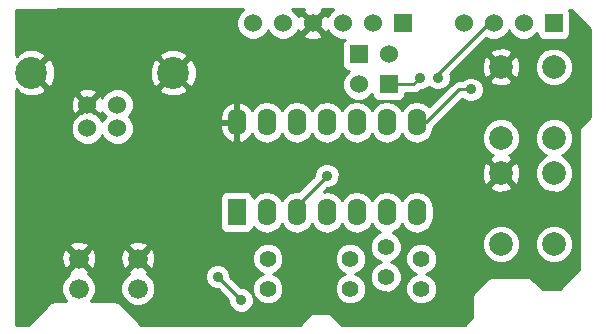
<source format=gbl>
G04 (created by PCBNEW (2013-07-07 BZR 4022)-stable) date 07/09/2014 13:51:04*
%MOIN*%
G04 Gerber Fmt 3.4, Leading zero omitted, Abs format*
%FSLAX34Y34*%
G01*
G70*
G90*
G04 APERTURE LIST*
%ADD10C,0.00590551*%
%ADD11R,0.06X0.06*%
%ADD12C,0.06*%
%ADD13C,0.1063*%
%ADD14C,0.0787402*%
%ADD15C,0.055*%
%ADD16C,0.066*%
%ADD17R,0.062X0.09*%
%ADD18O,0.062X0.09*%
%ADD19C,0.035*%
%ADD20C,0.01*%
G04 APERTURE END LIST*
G54D10*
G54D11*
X56476Y-22362D03*
G54D12*
X53476Y-22362D03*
X55476Y-22362D03*
X52476Y-22362D03*
X54476Y-22362D03*
X51476Y-22362D03*
X45956Y-25865D03*
X46956Y-25865D03*
X46956Y-25078D03*
X45956Y-25078D03*
G54D13*
X44094Y-24015D03*
X48818Y-24015D03*
G54D14*
X59744Y-29724D03*
X59744Y-27362D03*
X61515Y-29724D03*
X61515Y-27362D03*
X59744Y-26181D03*
X59744Y-23818D03*
X61515Y-26181D03*
X61515Y-23818D03*
G54D15*
X54724Y-30208D03*
X54724Y-31208D03*
X55905Y-30814D03*
X55905Y-29814D03*
X57086Y-30208D03*
X57086Y-31208D03*
X51968Y-30208D03*
X51968Y-31208D03*
G54D11*
X61500Y-22362D03*
G54D12*
X60500Y-22362D03*
X59500Y-22362D03*
X58500Y-22362D03*
G54D11*
X55000Y-23400D03*
G54D12*
X56000Y-23400D03*
G54D11*
X56000Y-24400D03*
G54D12*
X55000Y-24400D03*
G54D16*
X45669Y-31208D03*
X45669Y-30208D03*
X47637Y-31208D03*
X47637Y-30208D03*
G54D17*
X50937Y-28665D03*
G54D18*
X51937Y-28665D03*
X52937Y-28665D03*
X53937Y-28665D03*
X54937Y-28665D03*
X55937Y-28665D03*
X56937Y-28665D03*
X56937Y-25665D03*
X55937Y-25665D03*
X54937Y-25665D03*
X53937Y-25665D03*
X52937Y-25665D03*
X51937Y-25665D03*
X50937Y-25665D03*
G54D19*
X58740Y-24566D03*
X53937Y-27440D03*
X57637Y-24173D03*
X57047Y-24173D03*
X51082Y-31594D03*
X50295Y-30807D03*
G54D20*
X56937Y-25665D02*
X57248Y-25665D01*
X58346Y-24566D02*
X58740Y-24566D01*
X57248Y-25665D02*
X58346Y-24566D01*
X59500Y-22362D02*
X59330Y-22362D01*
X52937Y-28440D02*
X52937Y-28665D01*
X53937Y-27440D02*
X52937Y-28440D01*
X57637Y-24055D02*
X57637Y-24173D01*
X59330Y-22362D02*
X57637Y-24055D01*
X56000Y-24400D02*
X56820Y-24400D01*
X56820Y-24400D02*
X57047Y-24173D01*
X50295Y-30807D02*
X51082Y-31594D01*
G54D10*
G36*
X62722Y-25478D02*
X62407Y-25793D01*
X62349Y-25881D01*
X62328Y-25984D01*
X62328Y-30596D01*
X62159Y-30766D01*
X62159Y-29596D01*
X62159Y-27234D01*
X62061Y-26998D01*
X61880Y-26816D01*
X61772Y-26771D01*
X61879Y-26727D01*
X62061Y-26546D01*
X62159Y-26309D01*
X62159Y-26053D01*
X62159Y-23691D01*
X62061Y-23454D01*
X61880Y-23273D01*
X61644Y-23175D01*
X61388Y-23175D01*
X61151Y-23272D01*
X60970Y-23453D01*
X60872Y-23690D01*
X60871Y-23946D01*
X60969Y-24183D01*
X61150Y-24364D01*
X61387Y-24462D01*
X61643Y-24462D01*
X61879Y-24364D01*
X62061Y-24184D01*
X62159Y-23947D01*
X62159Y-23691D01*
X62159Y-26053D01*
X62061Y-25816D01*
X61880Y-25635D01*
X61644Y-25537D01*
X61388Y-25537D01*
X61151Y-25635D01*
X60970Y-25815D01*
X60872Y-26052D01*
X60871Y-26308D01*
X60969Y-26545D01*
X61150Y-26726D01*
X61259Y-26771D01*
X61151Y-26816D01*
X60970Y-26997D01*
X60872Y-27233D01*
X60871Y-27489D01*
X60969Y-27726D01*
X61150Y-27907D01*
X61387Y-28005D01*
X61643Y-28006D01*
X61879Y-27908D01*
X62061Y-27727D01*
X62159Y-27490D01*
X62159Y-27234D01*
X62159Y-29596D01*
X62061Y-29360D01*
X61880Y-29179D01*
X61644Y-29080D01*
X61388Y-29080D01*
X61151Y-29178D01*
X60970Y-29359D01*
X60872Y-29595D01*
X60871Y-29851D01*
X60969Y-30088D01*
X61150Y-30269D01*
X61387Y-30367D01*
X61643Y-30368D01*
X61879Y-30270D01*
X62061Y-30089D01*
X62159Y-29853D01*
X62159Y-29596D01*
X62159Y-30766D01*
X61699Y-31226D01*
X61135Y-31226D01*
X60820Y-30911D01*
X60733Y-30853D01*
X60629Y-30832D01*
X60392Y-30832D01*
X60392Y-27466D01*
X60392Y-23923D01*
X60382Y-23667D01*
X60302Y-23474D01*
X60197Y-23435D01*
X60127Y-23506D01*
X60127Y-23365D01*
X60088Y-23260D01*
X59848Y-23170D01*
X59592Y-23180D01*
X59399Y-23260D01*
X59361Y-23365D01*
X59744Y-23748D01*
X60127Y-23365D01*
X60127Y-23506D01*
X59814Y-23818D01*
X60197Y-24201D01*
X60302Y-24163D01*
X60392Y-23923D01*
X60392Y-27466D01*
X60387Y-27353D01*
X60387Y-26053D01*
X60290Y-25816D01*
X60127Y-25653D01*
X60127Y-24272D01*
X59744Y-23889D01*
X59673Y-23960D01*
X59673Y-23818D01*
X59290Y-23435D01*
X59185Y-23474D01*
X59096Y-23714D01*
X59105Y-23970D01*
X59185Y-24163D01*
X59290Y-24201D01*
X59673Y-23818D01*
X59673Y-23960D01*
X59361Y-24272D01*
X59399Y-24377D01*
X59639Y-24466D01*
X59895Y-24457D01*
X60088Y-24377D01*
X60127Y-24272D01*
X60127Y-25653D01*
X60109Y-25635D01*
X59872Y-25537D01*
X59616Y-25537D01*
X59379Y-25635D01*
X59198Y-25815D01*
X59165Y-25896D01*
X59165Y-24482D01*
X59100Y-24326D01*
X58981Y-24206D01*
X58825Y-24142D01*
X58655Y-24141D01*
X58499Y-24206D01*
X58439Y-24266D01*
X58346Y-24266D01*
X58231Y-24289D01*
X58134Y-24354D01*
X57349Y-25139D01*
X57332Y-25115D01*
X57151Y-24994D01*
X56937Y-24951D01*
X56722Y-24994D01*
X56541Y-25115D01*
X56437Y-25271D01*
X56332Y-25115D01*
X56151Y-24994D01*
X55937Y-24951D01*
X55722Y-24994D01*
X55541Y-25115D01*
X55437Y-25271D01*
X55332Y-25115D01*
X55151Y-24994D01*
X54937Y-24951D01*
X54722Y-24994D01*
X54541Y-25115D01*
X54437Y-25271D01*
X54332Y-25115D01*
X54151Y-24994D01*
X53937Y-24951D01*
X53791Y-24980D01*
X53791Y-22748D01*
X53476Y-22432D01*
X53161Y-22748D01*
X53188Y-22843D01*
X53394Y-22916D01*
X53613Y-22906D01*
X53764Y-22843D01*
X53791Y-22748D01*
X53791Y-24980D01*
X53722Y-24994D01*
X53541Y-25115D01*
X53437Y-25271D01*
X53332Y-25115D01*
X53151Y-24994D01*
X52937Y-24951D01*
X52722Y-24994D01*
X52541Y-25115D01*
X52437Y-25271D01*
X52332Y-25115D01*
X52151Y-24994D01*
X51937Y-24951D01*
X51722Y-24994D01*
X51541Y-25115D01*
X51437Y-25271D01*
X51435Y-25264D01*
X51297Y-25094D01*
X51105Y-24988D01*
X51073Y-24982D01*
X50987Y-25030D01*
X50987Y-25615D01*
X50994Y-25615D01*
X50994Y-25715D01*
X50987Y-25715D01*
X50987Y-26300D01*
X51073Y-26348D01*
X51105Y-26341D01*
X51297Y-26236D01*
X51435Y-26065D01*
X51437Y-26059D01*
X51541Y-26215D01*
X51722Y-26336D01*
X51937Y-26379D01*
X52151Y-26336D01*
X52332Y-26215D01*
X52437Y-26059D01*
X52541Y-26215D01*
X52722Y-26336D01*
X52937Y-26379D01*
X53151Y-26336D01*
X53332Y-26215D01*
X53437Y-26059D01*
X53541Y-26215D01*
X53722Y-26336D01*
X53937Y-26379D01*
X54151Y-26336D01*
X54332Y-26215D01*
X54437Y-26059D01*
X54541Y-26215D01*
X54722Y-26336D01*
X54937Y-26379D01*
X55151Y-26336D01*
X55332Y-26215D01*
X55437Y-26059D01*
X55541Y-26215D01*
X55722Y-26336D01*
X55937Y-26379D01*
X56151Y-26336D01*
X56332Y-26215D01*
X56437Y-26059D01*
X56541Y-26215D01*
X56722Y-26336D01*
X56937Y-26379D01*
X57151Y-26336D01*
X57332Y-26215D01*
X57454Y-26033D01*
X57491Y-25845D01*
X58454Y-24882D01*
X58499Y-24927D01*
X58655Y-24991D01*
X58824Y-24992D01*
X58980Y-24927D01*
X59100Y-24807D01*
X59165Y-24651D01*
X59165Y-24482D01*
X59165Y-25896D01*
X59100Y-26052D01*
X59100Y-26308D01*
X59198Y-26545D01*
X59378Y-26726D01*
X59482Y-26769D01*
X59399Y-26803D01*
X59361Y-26908D01*
X59744Y-27291D01*
X60127Y-26908D01*
X60088Y-26803D01*
X60001Y-26771D01*
X60108Y-26727D01*
X60289Y-26546D01*
X60387Y-26309D01*
X60387Y-26053D01*
X60387Y-27353D01*
X60382Y-27210D01*
X60302Y-27018D01*
X60197Y-26979D01*
X59814Y-27362D01*
X60197Y-27745D01*
X60302Y-27706D01*
X60392Y-27466D01*
X60392Y-30832D01*
X60387Y-30832D01*
X60387Y-29596D01*
X60290Y-29360D01*
X60127Y-29196D01*
X60127Y-27815D01*
X59744Y-27432D01*
X59673Y-27503D01*
X59673Y-27362D01*
X59290Y-26979D01*
X59185Y-27018D01*
X59096Y-27258D01*
X59105Y-27513D01*
X59185Y-27706D01*
X59290Y-27745D01*
X59673Y-27362D01*
X59673Y-27503D01*
X59361Y-27815D01*
X59399Y-27921D01*
X59639Y-28010D01*
X59895Y-28000D01*
X60088Y-27921D01*
X60127Y-27815D01*
X60127Y-29196D01*
X60109Y-29179D01*
X59872Y-29080D01*
X59616Y-29080D01*
X59379Y-29178D01*
X59198Y-29359D01*
X59100Y-29595D01*
X59100Y-29851D01*
X59198Y-30088D01*
X59378Y-30269D01*
X59615Y-30367D01*
X59871Y-30368D01*
X60108Y-30270D01*
X60289Y-30089D01*
X60387Y-29853D01*
X60387Y-29596D01*
X60387Y-30832D01*
X59448Y-30832D01*
X59345Y-30853D01*
X59258Y-30911D01*
X58864Y-31305D01*
X58805Y-31392D01*
X58785Y-31496D01*
X58785Y-32171D01*
X58549Y-32407D01*
X57611Y-32407D01*
X57611Y-31104D01*
X57531Y-30911D01*
X57384Y-30763D01*
X57251Y-30708D01*
X57383Y-30653D01*
X57531Y-30506D01*
X57611Y-30313D01*
X57611Y-30104D01*
X57531Y-29911D01*
X57497Y-29876D01*
X57497Y-28819D01*
X57497Y-28511D01*
X57454Y-28297D01*
X57332Y-28115D01*
X57151Y-27994D01*
X56937Y-27951D01*
X56722Y-27994D01*
X56541Y-28115D01*
X56437Y-28271D01*
X56332Y-28115D01*
X56151Y-27994D01*
X55937Y-27951D01*
X55722Y-27994D01*
X55541Y-28115D01*
X55437Y-28271D01*
X55332Y-28115D01*
X55151Y-27994D01*
X54937Y-27951D01*
X54722Y-27994D01*
X54541Y-28115D01*
X54437Y-28271D01*
X54332Y-28115D01*
X54151Y-27994D01*
X53937Y-27951D01*
X53829Y-27973D01*
X53936Y-27865D01*
X54021Y-27866D01*
X54177Y-27801D01*
X54297Y-27682D01*
X54361Y-27525D01*
X54362Y-27356D01*
X54297Y-27200D01*
X54178Y-27080D01*
X54021Y-27016D01*
X53852Y-27015D01*
X53696Y-27080D01*
X53576Y-27199D01*
X53512Y-27356D01*
X53512Y-27441D01*
X52991Y-27962D01*
X52937Y-27951D01*
X52722Y-27994D01*
X52541Y-28115D01*
X52437Y-28271D01*
X52332Y-28115D01*
X52151Y-27994D01*
X51937Y-27951D01*
X51722Y-27994D01*
X51541Y-28115D01*
X51497Y-28181D01*
X51497Y-28165D01*
X51459Y-28073D01*
X51388Y-28003D01*
X51296Y-27965D01*
X51197Y-27965D01*
X50887Y-27965D01*
X50887Y-26300D01*
X50887Y-25715D01*
X50887Y-25615D01*
X50887Y-25030D01*
X50800Y-24982D01*
X50768Y-24988D01*
X50576Y-25094D01*
X50438Y-25264D01*
X50377Y-25475D01*
X50377Y-25615D01*
X50887Y-25615D01*
X50887Y-25715D01*
X50377Y-25715D01*
X50377Y-25855D01*
X50438Y-26065D01*
X50576Y-26236D01*
X50768Y-26341D01*
X50800Y-26348D01*
X50887Y-26300D01*
X50887Y-27965D01*
X50577Y-27965D01*
X50485Y-28003D01*
X50415Y-28073D01*
X50377Y-28165D01*
X50376Y-28264D01*
X50376Y-29164D01*
X50414Y-29256D01*
X50485Y-29327D01*
X50577Y-29365D01*
X50676Y-29365D01*
X51296Y-29365D01*
X51388Y-29327D01*
X51458Y-29257D01*
X51496Y-29165D01*
X51496Y-29149D01*
X51541Y-29215D01*
X51722Y-29336D01*
X51937Y-29379D01*
X52151Y-29336D01*
X52332Y-29215D01*
X52437Y-29059D01*
X52541Y-29215D01*
X52722Y-29336D01*
X52937Y-29379D01*
X53151Y-29336D01*
X53332Y-29215D01*
X53437Y-29059D01*
X53541Y-29215D01*
X53722Y-29336D01*
X53937Y-29379D01*
X54151Y-29336D01*
X54332Y-29215D01*
X54437Y-29059D01*
X54541Y-29215D01*
X54722Y-29336D01*
X54937Y-29379D01*
X55151Y-29336D01*
X55332Y-29215D01*
X55437Y-29059D01*
X55541Y-29215D01*
X55709Y-29327D01*
X55608Y-29369D01*
X55460Y-29517D01*
X55380Y-29710D01*
X55380Y-29918D01*
X55460Y-30111D01*
X55607Y-30259D01*
X55740Y-30314D01*
X55608Y-30369D01*
X55460Y-30517D01*
X55380Y-30710D01*
X55380Y-30918D01*
X55460Y-31111D01*
X55607Y-31259D01*
X55800Y-31339D01*
X56009Y-31340D01*
X56202Y-31260D01*
X56350Y-31112D01*
X56430Y-30919D01*
X56430Y-30710D01*
X56350Y-30517D01*
X56203Y-30370D01*
X56070Y-30314D01*
X56202Y-30260D01*
X56350Y-30112D01*
X56430Y-29919D01*
X56430Y-29710D01*
X56350Y-29517D01*
X56203Y-29370D01*
X56131Y-29340D01*
X56151Y-29336D01*
X56332Y-29215D01*
X56437Y-29059D01*
X56541Y-29215D01*
X56722Y-29336D01*
X56937Y-29379D01*
X57151Y-29336D01*
X57332Y-29215D01*
X57454Y-29033D01*
X57497Y-28819D01*
X57497Y-29876D01*
X57384Y-29763D01*
X57191Y-29683D01*
X56982Y-29683D01*
X56789Y-29763D01*
X56641Y-29910D01*
X56561Y-30103D01*
X56561Y-30312D01*
X56641Y-30505D01*
X56788Y-30653D01*
X56921Y-30708D01*
X56789Y-30763D01*
X56641Y-30910D01*
X56561Y-31103D01*
X56561Y-31312D01*
X56641Y-31505D01*
X56788Y-31653D01*
X56981Y-31733D01*
X57190Y-31733D01*
X57383Y-31653D01*
X57531Y-31506D01*
X57611Y-31313D01*
X57611Y-31104D01*
X57611Y-32407D01*
X55249Y-32407D01*
X55249Y-31104D01*
X55169Y-30911D01*
X55022Y-30763D01*
X54889Y-30708D01*
X55021Y-30653D01*
X55169Y-30506D01*
X55249Y-30313D01*
X55249Y-30104D01*
X55169Y-29911D01*
X55022Y-29763D01*
X54829Y-29683D01*
X54620Y-29683D01*
X54427Y-29763D01*
X54279Y-29910D01*
X54199Y-30103D01*
X54199Y-30312D01*
X54279Y-30505D01*
X54426Y-30653D01*
X54559Y-30708D01*
X54427Y-30763D01*
X54279Y-30910D01*
X54199Y-31103D01*
X54199Y-31312D01*
X54279Y-31505D01*
X54426Y-31653D01*
X54619Y-31733D01*
X54828Y-31733D01*
X55021Y-31653D01*
X55169Y-31506D01*
X55249Y-31313D01*
X55249Y-31104D01*
X55249Y-32407D01*
X54442Y-32407D01*
X54127Y-32092D01*
X54040Y-32034D01*
X53937Y-32013D01*
X53543Y-32013D01*
X53440Y-32034D01*
X53352Y-32092D01*
X53037Y-32407D01*
X52493Y-32407D01*
X52493Y-31104D01*
X52413Y-30911D01*
X52266Y-30763D01*
X52133Y-30708D01*
X52265Y-30653D01*
X52413Y-30506D01*
X52493Y-30313D01*
X52493Y-30104D01*
X52413Y-29911D01*
X52266Y-29763D01*
X52073Y-29683D01*
X51864Y-29683D01*
X51671Y-29763D01*
X51523Y-29910D01*
X51443Y-30103D01*
X51443Y-30312D01*
X51523Y-30505D01*
X51670Y-30653D01*
X51803Y-30708D01*
X51671Y-30763D01*
X51523Y-30910D01*
X51443Y-31103D01*
X51443Y-31312D01*
X51523Y-31505D01*
X51670Y-31653D01*
X51863Y-31733D01*
X52072Y-31733D01*
X52265Y-31653D01*
X52413Y-31506D01*
X52493Y-31313D01*
X52493Y-31104D01*
X52493Y-32407D01*
X51507Y-32407D01*
X51507Y-31510D01*
X51443Y-31354D01*
X51323Y-31234D01*
X51167Y-31169D01*
X51081Y-31169D01*
X50720Y-30807D01*
X50720Y-30722D01*
X50655Y-30566D01*
X50536Y-30446D01*
X50380Y-30382D01*
X50211Y-30382D01*
X50054Y-30446D01*
X49935Y-30566D01*
X49870Y-30722D01*
X49870Y-30891D01*
X49934Y-31047D01*
X50054Y-31167D01*
X50210Y-31232D01*
X50296Y-31232D01*
X50657Y-31593D01*
X50657Y-31678D01*
X50722Y-31834D01*
X50841Y-31954D01*
X50997Y-32019D01*
X51166Y-32019D01*
X51323Y-31954D01*
X51442Y-31835D01*
X51507Y-31679D01*
X51507Y-31510D01*
X51507Y-32407D01*
X49603Y-32407D01*
X49603Y-24152D01*
X49596Y-23841D01*
X49491Y-23588D01*
X49372Y-23533D01*
X49301Y-23603D01*
X49301Y-23462D01*
X49245Y-23342D01*
X48955Y-23230D01*
X48644Y-23238D01*
X48391Y-23342D01*
X48336Y-23462D01*
X48818Y-23945D01*
X49301Y-23462D01*
X49301Y-23603D01*
X48889Y-24015D01*
X49372Y-24498D01*
X49491Y-24442D01*
X49603Y-24152D01*
X49603Y-32407D01*
X49301Y-32407D01*
X49301Y-24569D01*
X48818Y-24086D01*
X48747Y-24157D01*
X48747Y-24015D01*
X48265Y-23533D01*
X48145Y-23588D01*
X48033Y-23878D01*
X48041Y-24189D01*
X48145Y-24442D01*
X48265Y-24498D01*
X48747Y-24015D01*
X48747Y-24157D01*
X48336Y-24569D01*
X48391Y-24688D01*
X48681Y-24800D01*
X48992Y-24793D01*
X49245Y-24688D01*
X49301Y-24569D01*
X49301Y-32407D01*
X48222Y-32407D01*
X48222Y-30297D01*
X48211Y-30067D01*
X48143Y-29902D01*
X48045Y-29871D01*
X47974Y-29942D01*
X47974Y-29801D01*
X47943Y-29702D01*
X47726Y-29624D01*
X47506Y-29634D01*
X47506Y-25756D01*
X47423Y-25554D01*
X47341Y-25472D01*
X47422Y-25390D01*
X47506Y-25188D01*
X47506Y-24969D01*
X47423Y-24767D01*
X47268Y-24612D01*
X47066Y-24528D01*
X46847Y-24528D01*
X46645Y-24612D01*
X46490Y-24766D01*
X46459Y-24842D01*
X46437Y-24790D01*
X46342Y-24763D01*
X46271Y-24834D01*
X46271Y-24692D01*
X46244Y-24597D01*
X46038Y-24523D01*
X45819Y-24534D01*
X45668Y-24597D01*
X45641Y-24692D01*
X45956Y-25008D01*
X46271Y-24692D01*
X46271Y-24834D01*
X46027Y-25078D01*
X46342Y-25393D01*
X46437Y-25366D01*
X46457Y-25311D01*
X46490Y-25389D01*
X46572Y-25472D01*
X46490Y-25553D01*
X46456Y-25635D01*
X46423Y-25554D01*
X46268Y-25399D01*
X46163Y-25355D01*
X45956Y-25149D01*
X45885Y-25220D01*
X45885Y-25078D01*
X45570Y-24763D01*
X45475Y-24790D01*
X45401Y-24996D01*
X45412Y-25215D01*
X45475Y-25366D01*
X45570Y-25393D01*
X45885Y-25078D01*
X45885Y-25220D01*
X45750Y-25355D01*
X45645Y-25399D01*
X45490Y-25553D01*
X45406Y-25755D01*
X45406Y-25974D01*
X45490Y-26176D01*
X45644Y-26331D01*
X45846Y-26415D01*
X46065Y-26415D01*
X46267Y-26332D01*
X46422Y-26177D01*
X46456Y-26095D01*
X46490Y-26176D01*
X46644Y-26331D01*
X46846Y-26415D01*
X47065Y-26415D01*
X47267Y-26332D01*
X47422Y-26177D01*
X47506Y-25975D01*
X47506Y-25756D01*
X47506Y-29634D01*
X47496Y-29634D01*
X47331Y-29702D01*
X47300Y-29801D01*
X47637Y-30137D01*
X47974Y-29801D01*
X47974Y-29942D01*
X47708Y-30208D01*
X48045Y-30545D01*
X48143Y-30514D01*
X48222Y-30297D01*
X48222Y-32407D01*
X48217Y-32407D01*
X48217Y-31093D01*
X48129Y-30880D01*
X47966Y-30717D01*
X47945Y-30708D01*
X47974Y-30616D01*
X47637Y-30279D01*
X47567Y-30350D01*
X47567Y-30208D01*
X47230Y-29871D01*
X47131Y-29902D01*
X47053Y-30119D01*
X47063Y-30350D01*
X47131Y-30514D01*
X47230Y-30545D01*
X47567Y-30208D01*
X47567Y-30350D01*
X47300Y-30616D01*
X47329Y-30708D01*
X47309Y-30716D01*
X47146Y-30879D01*
X47057Y-31092D01*
X47057Y-31323D01*
X47145Y-31536D01*
X47308Y-31700D01*
X47521Y-31788D01*
X47752Y-31788D01*
X47965Y-31700D01*
X48129Y-31537D01*
X48217Y-31324D01*
X48217Y-31093D01*
X48217Y-32407D01*
X47749Y-32407D01*
X47041Y-31699D01*
X46953Y-31640D01*
X46850Y-31620D01*
X46253Y-31620D01*
X46253Y-30297D01*
X46243Y-30067D01*
X46175Y-29902D01*
X46076Y-29871D01*
X46006Y-29942D01*
X46006Y-29801D01*
X45975Y-29702D01*
X45758Y-29624D01*
X45527Y-29634D01*
X45363Y-29702D01*
X45332Y-29801D01*
X45669Y-30137D01*
X46006Y-29801D01*
X46006Y-29942D01*
X45740Y-30208D01*
X46076Y-30545D01*
X46175Y-30514D01*
X46253Y-30297D01*
X46253Y-31620D01*
X46078Y-31620D01*
X46160Y-31537D01*
X46249Y-31324D01*
X46249Y-31093D01*
X46161Y-30880D01*
X45998Y-30717D01*
X45977Y-30708D01*
X46006Y-30616D01*
X45669Y-30279D01*
X45598Y-30350D01*
X45598Y-30208D01*
X45261Y-29871D01*
X45163Y-29902D01*
X45084Y-30119D01*
X45095Y-30350D01*
X45163Y-30514D01*
X45261Y-30545D01*
X45598Y-30208D01*
X45598Y-30350D01*
X45332Y-30616D01*
X45361Y-30708D01*
X45341Y-30716D01*
X45177Y-30879D01*
X45089Y-31092D01*
X45089Y-31323D01*
X45177Y-31536D01*
X45260Y-31620D01*
X44881Y-31620D01*
X44879Y-31620D01*
X44879Y-24152D01*
X44872Y-23841D01*
X44767Y-23588D01*
X44648Y-23533D01*
X44577Y-23603D01*
X44165Y-24015D01*
X44648Y-24498D01*
X44767Y-24442D01*
X44879Y-24152D01*
X44879Y-31620D01*
X44778Y-31640D01*
X44691Y-31699D01*
X44577Y-31812D01*
X43982Y-32407D01*
X43576Y-32407D01*
X43576Y-24604D01*
X43612Y-24569D01*
X43667Y-24688D01*
X43957Y-24800D01*
X44268Y-24793D01*
X44521Y-24688D01*
X44577Y-24569D01*
X44094Y-24086D01*
X44089Y-24092D01*
X44018Y-24021D01*
X44023Y-24015D01*
X44018Y-24010D01*
X44089Y-23939D01*
X44094Y-23945D01*
X44577Y-23462D01*
X44521Y-23342D01*
X44231Y-23230D01*
X43920Y-23238D01*
X43667Y-23342D01*
X43612Y-23462D01*
X43576Y-23427D01*
X43576Y-21923D01*
X44881Y-21923D01*
X44985Y-21902D01*
X44988Y-21900D01*
X51160Y-21900D01*
X51010Y-22050D01*
X50926Y-22252D01*
X50926Y-22471D01*
X51009Y-22673D01*
X51164Y-22828D01*
X51366Y-22912D01*
X51585Y-22912D01*
X51787Y-22828D01*
X51942Y-22674D01*
X51976Y-22592D01*
X52009Y-22673D01*
X52164Y-22828D01*
X52366Y-22912D01*
X52585Y-22912D01*
X52787Y-22828D01*
X52942Y-22674D01*
X52973Y-22598D01*
X52995Y-22650D01*
X53090Y-22677D01*
X53405Y-22362D01*
X53090Y-22047D01*
X52995Y-22074D01*
X52975Y-22129D01*
X52942Y-22051D01*
X52792Y-21900D01*
X53182Y-21900D01*
X53161Y-21976D01*
X53476Y-22291D01*
X53791Y-21976D01*
X53769Y-21900D01*
X54160Y-21900D01*
X54010Y-22050D01*
X53978Y-22125D01*
X53957Y-22074D01*
X53862Y-22047D01*
X53547Y-22362D01*
X53862Y-22677D01*
X53957Y-22650D01*
X53977Y-22594D01*
X54009Y-22673D01*
X54164Y-22828D01*
X54366Y-22912D01*
X54534Y-22912D01*
X54488Y-22958D01*
X54450Y-23050D01*
X54449Y-23149D01*
X54449Y-23749D01*
X54487Y-23841D01*
X54558Y-23911D01*
X54650Y-23949D01*
X54672Y-23949D01*
X54534Y-24088D01*
X54450Y-24290D01*
X54449Y-24508D01*
X54533Y-24711D01*
X54688Y-24865D01*
X54890Y-24949D01*
X55108Y-24950D01*
X55311Y-24866D01*
X55449Y-24727D01*
X55449Y-24749D01*
X55487Y-24841D01*
X55558Y-24911D01*
X55650Y-24949D01*
X55749Y-24950D01*
X56349Y-24950D01*
X56441Y-24912D01*
X56511Y-24841D01*
X56549Y-24749D01*
X56549Y-24700D01*
X56820Y-24700D01*
X56820Y-24699D01*
X56935Y-24677D01*
X56935Y-24677D01*
X57032Y-24612D01*
X57046Y-24598D01*
X57131Y-24598D01*
X57287Y-24533D01*
X57342Y-24478D01*
X57396Y-24533D01*
X57552Y-24598D01*
X57721Y-24598D01*
X57878Y-24533D01*
X57997Y-24414D01*
X58062Y-24258D01*
X58062Y-24089D01*
X58052Y-24064D01*
X59259Y-22857D01*
X59390Y-22912D01*
X59608Y-22912D01*
X59811Y-22828D01*
X59965Y-22674D01*
X59999Y-22592D01*
X60033Y-22673D01*
X60188Y-22828D01*
X60390Y-22912D01*
X60608Y-22912D01*
X60811Y-22828D01*
X60949Y-22690D01*
X60949Y-22711D01*
X60987Y-22803D01*
X61058Y-22874D01*
X61150Y-22912D01*
X61249Y-22912D01*
X61849Y-22912D01*
X61941Y-22874D01*
X62011Y-22804D01*
X62049Y-22712D01*
X62050Y-22612D01*
X62050Y-22012D01*
X62013Y-21923D01*
X62093Y-21923D01*
X62722Y-22552D01*
X62722Y-25478D01*
X62722Y-25478D01*
G37*
G54D20*
X62722Y-25478D02*
X62407Y-25793D01*
X62349Y-25881D01*
X62328Y-25984D01*
X62328Y-30596D01*
X62159Y-30766D01*
X62159Y-29596D01*
X62159Y-27234D01*
X62061Y-26998D01*
X61880Y-26816D01*
X61772Y-26771D01*
X61879Y-26727D01*
X62061Y-26546D01*
X62159Y-26309D01*
X62159Y-26053D01*
X62159Y-23691D01*
X62061Y-23454D01*
X61880Y-23273D01*
X61644Y-23175D01*
X61388Y-23175D01*
X61151Y-23272D01*
X60970Y-23453D01*
X60872Y-23690D01*
X60871Y-23946D01*
X60969Y-24183D01*
X61150Y-24364D01*
X61387Y-24462D01*
X61643Y-24462D01*
X61879Y-24364D01*
X62061Y-24184D01*
X62159Y-23947D01*
X62159Y-23691D01*
X62159Y-26053D01*
X62061Y-25816D01*
X61880Y-25635D01*
X61644Y-25537D01*
X61388Y-25537D01*
X61151Y-25635D01*
X60970Y-25815D01*
X60872Y-26052D01*
X60871Y-26308D01*
X60969Y-26545D01*
X61150Y-26726D01*
X61259Y-26771D01*
X61151Y-26816D01*
X60970Y-26997D01*
X60872Y-27233D01*
X60871Y-27489D01*
X60969Y-27726D01*
X61150Y-27907D01*
X61387Y-28005D01*
X61643Y-28006D01*
X61879Y-27908D01*
X62061Y-27727D01*
X62159Y-27490D01*
X62159Y-27234D01*
X62159Y-29596D01*
X62061Y-29360D01*
X61880Y-29179D01*
X61644Y-29080D01*
X61388Y-29080D01*
X61151Y-29178D01*
X60970Y-29359D01*
X60872Y-29595D01*
X60871Y-29851D01*
X60969Y-30088D01*
X61150Y-30269D01*
X61387Y-30367D01*
X61643Y-30368D01*
X61879Y-30270D01*
X62061Y-30089D01*
X62159Y-29853D01*
X62159Y-29596D01*
X62159Y-30766D01*
X61699Y-31226D01*
X61135Y-31226D01*
X60820Y-30911D01*
X60733Y-30853D01*
X60629Y-30832D01*
X60392Y-30832D01*
X60392Y-27466D01*
X60392Y-23923D01*
X60382Y-23667D01*
X60302Y-23474D01*
X60197Y-23435D01*
X60127Y-23506D01*
X60127Y-23365D01*
X60088Y-23260D01*
X59848Y-23170D01*
X59592Y-23180D01*
X59399Y-23260D01*
X59361Y-23365D01*
X59744Y-23748D01*
X60127Y-23365D01*
X60127Y-23506D01*
X59814Y-23818D01*
X60197Y-24201D01*
X60302Y-24163D01*
X60392Y-23923D01*
X60392Y-27466D01*
X60387Y-27353D01*
X60387Y-26053D01*
X60290Y-25816D01*
X60127Y-25653D01*
X60127Y-24272D01*
X59744Y-23889D01*
X59673Y-23960D01*
X59673Y-23818D01*
X59290Y-23435D01*
X59185Y-23474D01*
X59096Y-23714D01*
X59105Y-23970D01*
X59185Y-24163D01*
X59290Y-24201D01*
X59673Y-23818D01*
X59673Y-23960D01*
X59361Y-24272D01*
X59399Y-24377D01*
X59639Y-24466D01*
X59895Y-24457D01*
X60088Y-24377D01*
X60127Y-24272D01*
X60127Y-25653D01*
X60109Y-25635D01*
X59872Y-25537D01*
X59616Y-25537D01*
X59379Y-25635D01*
X59198Y-25815D01*
X59165Y-25896D01*
X59165Y-24482D01*
X59100Y-24326D01*
X58981Y-24206D01*
X58825Y-24142D01*
X58655Y-24141D01*
X58499Y-24206D01*
X58439Y-24266D01*
X58346Y-24266D01*
X58231Y-24289D01*
X58134Y-24354D01*
X57349Y-25139D01*
X57332Y-25115D01*
X57151Y-24994D01*
X56937Y-24951D01*
X56722Y-24994D01*
X56541Y-25115D01*
X56437Y-25271D01*
X56332Y-25115D01*
X56151Y-24994D01*
X55937Y-24951D01*
X55722Y-24994D01*
X55541Y-25115D01*
X55437Y-25271D01*
X55332Y-25115D01*
X55151Y-24994D01*
X54937Y-24951D01*
X54722Y-24994D01*
X54541Y-25115D01*
X54437Y-25271D01*
X54332Y-25115D01*
X54151Y-24994D01*
X53937Y-24951D01*
X53791Y-24980D01*
X53791Y-22748D01*
X53476Y-22432D01*
X53161Y-22748D01*
X53188Y-22843D01*
X53394Y-22916D01*
X53613Y-22906D01*
X53764Y-22843D01*
X53791Y-22748D01*
X53791Y-24980D01*
X53722Y-24994D01*
X53541Y-25115D01*
X53437Y-25271D01*
X53332Y-25115D01*
X53151Y-24994D01*
X52937Y-24951D01*
X52722Y-24994D01*
X52541Y-25115D01*
X52437Y-25271D01*
X52332Y-25115D01*
X52151Y-24994D01*
X51937Y-24951D01*
X51722Y-24994D01*
X51541Y-25115D01*
X51437Y-25271D01*
X51435Y-25264D01*
X51297Y-25094D01*
X51105Y-24988D01*
X51073Y-24982D01*
X50987Y-25030D01*
X50987Y-25615D01*
X50994Y-25615D01*
X50994Y-25715D01*
X50987Y-25715D01*
X50987Y-26300D01*
X51073Y-26348D01*
X51105Y-26341D01*
X51297Y-26236D01*
X51435Y-26065D01*
X51437Y-26059D01*
X51541Y-26215D01*
X51722Y-26336D01*
X51937Y-26379D01*
X52151Y-26336D01*
X52332Y-26215D01*
X52437Y-26059D01*
X52541Y-26215D01*
X52722Y-26336D01*
X52937Y-26379D01*
X53151Y-26336D01*
X53332Y-26215D01*
X53437Y-26059D01*
X53541Y-26215D01*
X53722Y-26336D01*
X53937Y-26379D01*
X54151Y-26336D01*
X54332Y-26215D01*
X54437Y-26059D01*
X54541Y-26215D01*
X54722Y-26336D01*
X54937Y-26379D01*
X55151Y-26336D01*
X55332Y-26215D01*
X55437Y-26059D01*
X55541Y-26215D01*
X55722Y-26336D01*
X55937Y-26379D01*
X56151Y-26336D01*
X56332Y-26215D01*
X56437Y-26059D01*
X56541Y-26215D01*
X56722Y-26336D01*
X56937Y-26379D01*
X57151Y-26336D01*
X57332Y-26215D01*
X57454Y-26033D01*
X57491Y-25845D01*
X58454Y-24882D01*
X58499Y-24927D01*
X58655Y-24991D01*
X58824Y-24992D01*
X58980Y-24927D01*
X59100Y-24807D01*
X59165Y-24651D01*
X59165Y-24482D01*
X59165Y-25896D01*
X59100Y-26052D01*
X59100Y-26308D01*
X59198Y-26545D01*
X59378Y-26726D01*
X59482Y-26769D01*
X59399Y-26803D01*
X59361Y-26908D01*
X59744Y-27291D01*
X60127Y-26908D01*
X60088Y-26803D01*
X60001Y-26771D01*
X60108Y-26727D01*
X60289Y-26546D01*
X60387Y-26309D01*
X60387Y-26053D01*
X60387Y-27353D01*
X60382Y-27210D01*
X60302Y-27018D01*
X60197Y-26979D01*
X59814Y-27362D01*
X60197Y-27745D01*
X60302Y-27706D01*
X60392Y-27466D01*
X60392Y-30832D01*
X60387Y-30832D01*
X60387Y-29596D01*
X60290Y-29360D01*
X60127Y-29196D01*
X60127Y-27815D01*
X59744Y-27432D01*
X59673Y-27503D01*
X59673Y-27362D01*
X59290Y-26979D01*
X59185Y-27018D01*
X59096Y-27258D01*
X59105Y-27513D01*
X59185Y-27706D01*
X59290Y-27745D01*
X59673Y-27362D01*
X59673Y-27503D01*
X59361Y-27815D01*
X59399Y-27921D01*
X59639Y-28010D01*
X59895Y-28000D01*
X60088Y-27921D01*
X60127Y-27815D01*
X60127Y-29196D01*
X60109Y-29179D01*
X59872Y-29080D01*
X59616Y-29080D01*
X59379Y-29178D01*
X59198Y-29359D01*
X59100Y-29595D01*
X59100Y-29851D01*
X59198Y-30088D01*
X59378Y-30269D01*
X59615Y-30367D01*
X59871Y-30368D01*
X60108Y-30270D01*
X60289Y-30089D01*
X60387Y-29853D01*
X60387Y-29596D01*
X60387Y-30832D01*
X59448Y-30832D01*
X59345Y-30853D01*
X59258Y-30911D01*
X58864Y-31305D01*
X58805Y-31392D01*
X58785Y-31496D01*
X58785Y-32171D01*
X58549Y-32407D01*
X57611Y-32407D01*
X57611Y-31104D01*
X57531Y-30911D01*
X57384Y-30763D01*
X57251Y-30708D01*
X57383Y-30653D01*
X57531Y-30506D01*
X57611Y-30313D01*
X57611Y-30104D01*
X57531Y-29911D01*
X57497Y-29876D01*
X57497Y-28819D01*
X57497Y-28511D01*
X57454Y-28297D01*
X57332Y-28115D01*
X57151Y-27994D01*
X56937Y-27951D01*
X56722Y-27994D01*
X56541Y-28115D01*
X56437Y-28271D01*
X56332Y-28115D01*
X56151Y-27994D01*
X55937Y-27951D01*
X55722Y-27994D01*
X55541Y-28115D01*
X55437Y-28271D01*
X55332Y-28115D01*
X55151Y-27994D01*
X54937Y-27951D01*
X54722Y-27994D01*
X54541Y-28115D01*
X54437Y-28271D01*
X54332Y-28115D01*
X54151Y-27994D01*
X53937Y-27951D01*
X53829Y-27973D01*
X53936Y-27865D01*
X54021Y-27866D01*
X54177Y-27801D01*
X54297Y-27682D01*
X54361Y-27525D01*
X54362Y-27356D01*
X54297Y-27200D01*
X54178Y-27080D01*
X54021Y-27016D01*
X53852Y-27015D01*
X53696Y-27080D01*
X53576Y-27199D01*
X53512Y-27356D01*
X53512Y-27441D01*
X52991Y-27962D01*
X52937Y-27951D01*
X52722Y-27994D01*
X52541Y-28115D01*
X52437Y-28271D01*
X52332Y-28115D01*
X52151Y-27994D01*
X51937Y-27951D01*
X51722Y-27994D01*
X51541Y-28115D01*
X51497Y-28181D01*
X51497Y-28165D01*
X51459Y-28073D01*
X51388Y-28003D01*
X51296Y-27965D01*
X51197Y-27965D01*
X50887Y-27965D01*
X50887Y-26300D01*
X50887Y-25715D01*
X50887Y-25615D01*
X50887Y-25030D01*
X50800Y-24982D01*
X50768Y-24988D01*
X50576Y-25094D01*
X50438Y-25264D01*
X50377Y-25475D01*
X50377Y-25615D01*
X50887Y-25615D01*
X50887Y-25715D01*
X50377Y-25715D01*
X50377Y-25855D01*
X50438Y-26065D01*
X50576Y-26236D01*
X50768Y-26341D01*
X50800Y-26348D01*
X50887Y-26300D01*
X50887Y-27965D01*
X50577Y-27965D01*
X50485Y-28003D01*
X50415Y-28073D01*
X50377Y-28165D01*
X50376Y-28264D01*
X50376Y-29164D01*
X50414Y-29256D01*
X50485Y-29327D01*
X50577Y-29365D01*
X50676Y-29365D01*
X51296Y-29365D01*
X51388Y-29327D01*
X51458Y-29257D01*
X51496Y-29165D01*
X51496Y-29149D01*
X51541Y-29215D01*
X51722Y-29336D01*
X51937Y-29379D01*
X52151Y-29336D01*
X52332Y-29215D01*
X52437Y-29059D01*
X52541Y-29215D01*
X52722Y-29336D01*
X52937Y-29379D01*
X53151Y-29336D01*
X53332Y-29215D01*
X53437Y-29059D01*
X53541Y-29215D01*
X53722Y-29336D01*
X53937Y-29379D01*
X54151Y-29336D01*
X54332Y-29215D01*
X54437Y-29059D01*
X54541Y-29215D01*
X54722Y-29336D01*
X54937Y-29379D01*
X55151Y-29336D01*
X55332Y-29215D01*
X55437Y-29059D01*
X55541Y-29215D01*
X55709Y-29327D01*
X55608Y-29369D01*
X55460Y-29517D01*
X55380Y-29710D01*
X55380Y-29918D01*
X55460Y-30111D01*
X55607Y-30259D01*
X55740Y-30314D01*
X55608Y-30369D01*
X55460Y-30517D01*
X55380Y-30710D01*
X55380Y-30918D01*
X55460Y-31111D01*
X55607Y-31259D01*
X55800Y-31339D01*
X56009Y-31340D01*
X56202Y-31260D01*
X56350Y-31112D01*
X56430Y-30919D01*
X56430Y-30710D01*
X56350Y-30517D01*
X56203Y-30370D01*
X56070Y-30314D01*
X56202Y-30260D01*
X56350Y-30112D01*
X56430Y-29919D01*
X56430Y-29710D01*
X56350Y-29517D01*
X56203Y-29370D01*
X56131Y-29340D01*
X56151Y-29336D01*
X56332Y-29215D01*
X56437Y-29059D01*
X56541Y-29215D01*
X56722Y-29336D01*
X56937Y-29379D01*
X57151Y-29336D01*
X57332Y-29215D01*
X57454Y-29033D01*
X57497Y-28819D01*
X57497Y-29876D01*
X57384Y-29763D01*
X57191Y-29683D01*
X56982Y-29683D01*
X56789Y-29763D01*
X56641Y-29910D01*
X56561Y-30103D01*
X56561Y-30312D01*
X56641Y-30505D01*
X56788Y-30653D01*
X56921Y-30708D01*
X56789Y-30763D01*
X56641Y-30910D01*
X56561Y-31103D01*
X56561Y-31312D01*
X56641Y-31505D01*
X56788Y-31653D01*
X56981Y-31733D01*
X57190Y-31733D01*
X57383Y-31653D01*
X57531Y-31506D01*
X57611Y-31313D01*
X57611Y-31104D01*
X57611Y-32407D01*
X55249Y-32407D01*
X55249Y-31104D01*
X55169Y-30911D01*
X55022Y-30763D01*
X54889Y-30708D01*
X55021Y-30653D01*
X55169Y-30506D01*
X55249Y-30313D01*
X55249Y-30104D01*
X55169Y-29911D01*
X55022Y-29763D01*
X54829Y-29683D01*
X54620Y-29683D01*
X54427Y-29763D01*
X54279Y-29910D01*
X54199Y-30103D01*
X54199Y-30312D01*
X54279Y-30505D01*
X54426Y-30653D01*
X54559Y-30708D01*
X54427Y-30763D01*
X54279Y-30910D01*
X54199Y-31103D01*
X54199Y-31312D01*
X54279Y-31505D01*
X54426Y-31653D01*
X54619Y-31733D01*
X54828Y-31733D01*
X55021Y-31653D01*
X55169Y-31506D01*
X55249Y-31313D01*
X55249Y-31104D01*
X55249Y-32407D01*
X54442Y-32407D01*
X54127Y-32092D01*
X54040Y-32034D01*
X53937Y-32013D01*
X53543Y-32013D01*
X53440Y-32034D01*
X53352Y-32092D01*
X53037Y-32407D01*
X52493Y-32407D01*
X52493Y-31104D01*
X52413Y-30911D01*
X52266Y-30763D01*
X52133Y-30708D01*
X52265Y-30653D01*
X52413Y-30506D01*
X52493Y-30313D01*
X52493Y-30104D01*
X52413Y-29911D01*
X52266Y-29763D01*
X52073Y-29683D01*
X51864Y-29683D01*
X51671Y-29763D01*
X51523Y-29910D01*
X51443Y-30103D01*
X51443Y-30312D01*
X51523Y-30505D01*
X51670Y-30653D01*
X51803Y-30708D01*
X51671Y-30763D01*
X51523Y-30910D01*
X51443Y-31103D01*
X51443Y-31312D01*
X51523Y-31505D01*
X51670Y-31653D01*
X51863Y-31733D01*
X52072Y-31733D01*
X52265Y-31653D01*
X52413Y-31506D01*
X52493Y-31313D01*
X52493Y-31104D01*
X52493Y-32407D01*
X51507Y-32407D01*
X51507Y-31510D01*
X51443Y-31354D01*
X51323Y-31234D01*
X51167Y-31169D01*
X51081Y-31169D01*
X50720Y-30807D01*
X50720Y-30722D01*
X50655Y-30566D01*
X50536Y-30446D01*
X50380Y-30382D01*
X50211Y-30382D01*
X50054Y-30446D01*
X49935Y-30566D01*
X49870Y-30722D01*
X49870Y-30891D01*
X49934Y-31047D01*
X50054Y-31167D01*
X50210Y-31232D01*
X50296Y-31232D01*
X50657Y-31593D01*
X50657Y-31678D01*
X50722Y-31834D01*
X50841Y-31954D01*
X50997Y-32019D01*
X51166Y-32019D01*
X51323Y-31954D01*
X51442Y-31835D01*
X51507Y-31679D01*
X51507Y-31510D01*
X51507Y-32407D01*
X49603Y-32407D01*
X49603Y-24152D01*
X49596Y-23841D01*
X49491Y-23588D01*
X49372Y-23533D01*
X49301Y-23603D01*
X49301Y-23462D01*
X49245Y-23342D01*
X48955Y-23230D01*
X48644Y-23238D01*
X48391Y-23342D01*
X48336Y-23462D01*
X48818Y-23945D01*
X49301Y-23462D01*
X49301Y-23603D01*
X48889Y-24015D01*
X49372Y-24498D01*
X49491Y-24442D01*
X49603Y-24152D01*
X49603Y-32407D01*
X49301Y-32407D01*
X49301Y-24569D01*
X48818Y-24086D01*
X48747Y-24157D01*
X48747Y-24015D01*
X48265Y-23533D01*
X48145Y-23588D01*
X48033Y-23878D01*
X48041Y-24189D01*
X48145Y-24442D01*
X48265Y-24498D01*
X48747Y-24015D01*
X48747Y-24157D01*
X48336Y-24569D01*
X48391Y-24688D01*
X48681Y-24800D01*
X48992Y-24793D01*
X49245Y-24688D01*
X49301Y-24569D01*
X49301Y-32407D01*
X48222Y-32407D01*
X48222Y-30297D01*
X48211Y-30067D01*
X48143Y-29902D01*
X48045Y-29871D01*
X47974Y-29942D01*
X47974Y-29801D01*
X47943Y-29702D01*
X47726Y-29624D01*
X47506Y-29634D01*
X47506Y-25756D01*
X47423Y-25554D01*
X47341Y-25472D01*
X47422Y-25390D01*
X47506Y-25188D01*
X47506Y-24969D01*
X47423Y-24767D01*
X47268Y-24612D01*
X47066Y-24528D01*
X46847Y-24528D01*
X46645Y-24612D01*
X46490Y-24766D01*
X46459Y-24842D01*
X46437Y-24790D01*
X46342Y-24763D01*
X46271Y-24834D01*
X46271Y-24692D01*
X46244Y-24597D01*
X46038Y-24523D01*
X45819Y-24534D01*
X45668Y-24597D01*
X45641Y-24692D01*
X45956Y-25008D01*
X46271Y-24692D01*
X46271Y-24834D01*
X46027Y-25078D01*
X46342Y-25393D01*
X46437Y-25366D01*
X46457Y-25311D01*
X46490Y-25389D01*
X46572Y-25472D01*
X46490Y-25553D01*
X46456Y-25635D01*
X46423Y-25554D01*
X46268Y-25399D01*
X46163Y-25355D01*
X45956Y-25149D01*
X45885Y-25220D01*
X45885Y-25078D01*
X45570Y-24763D01*
X45475Y-24790D01*
X45401Y-24996D01*
X45412Y-25215D01*
X45475Y-25366D01*
X45570Y-25393D01*
X45885Y-25078D01*
X45885Y-25220D01*
X45750Y-25355D01*
X45645Y-25399D01*
X45490Y-25553D01*
X45406Y-25755D01*
X45406Y-25974D01*
X45490Y-26176D01*
X45644Y-26331D01*
X45846Y-26415D01*
X46065Y-26415D01*
X46267Y-26332D01*
X46422Y-26177D01*
X46456Y-26095D01*
X46490Y-26176D01*
X46644Y-26331D01*
X46846Y-26415D01*
X47065Y-26415D01*
X47267Y-26332D01*
X47422Y-26177D01*
X47506Y-25975D01*
X47506Y-25756D01*
X47506Y-29634D01*
X47496Y-29634D01*
X47331Y-29702D01*
X47300Y-29801D01*
X47637Y-30137D01*
X47974Y-29801D01*
X47974Y-29942D01*
X47708Y-30208D01*
X48045Y-30545D01*
X48143Y-30514D01*
X48222Y-30297D01*
X48222Y-32407D01*
X48217Y-32407D01*
X48217Y-31093D01*
X48129Y-30880D01*
X47966Y-30717D01*
X47945Y-30708D01*
X47974Y-30616D01*
X47637Y-30279D01*
X47567Y-30350D01*
X47567Y-30208D01*
X47230Y-29871D01*
X47131Y-29902D01*
X47053Y-30119D01*
X47063Y-30350D01*
X47131Y-30514D01*
X47230Y-30545D01*
X47567Y-30208D01*
X47567Y-30350D01*
X47300Y-30616D01*
X47329Y-30708D01*
X47309Y-30716D01*
X47146Y-30879D01*
X47057Y-31092D01*
X47057Y-31323D01*
X47145Y-31536D01*
X47308Y-31700D01*
X47521Y-31788D01*
X47752Y-31788D01*
X47965Y-31700D01*
X48129Y-31537D01*
X48217Y-31324D01*
X48217Y-31093D01*
X48217Y-32407D01*
X47749Y-32407D01*
X47041Y-31699D01*
X46953Y-31640D01*
X46850Y-31620D01*
X46253Y-31620D01*
X46253Y-30297D01*
X46243Y-30067D01*
X46175Y-29902D01*
X46076Y-29871D01*
X46006Y-29942D01*
X46006Y-29801D01*
X45975Y-29702D01*
X45758Y-29624D01*
X45527Y-29634D01*
X45363Y-29702D01*
X45332Y-29801D01*
X45669Y-30137D01*
X46006Y-29801D01*
X46006Y-29942D01*
X45740Y-30208D01*
X46076Y-30545D01*
X46175Y-30514D01*
X46253Y-30297D01*
X46253Y-31620D01*
X46078Y-31620D01*
X46160Y-31537D01*
X46249Y-31324D01*
X46249Y-31093D01*
X46161Y-30880D01*
X45998Y-30717D01*
X45977Y-30708D01*
X46006Y-30616D01*
X45669Y-30279D01*
X45598Y-30350D01*
X45598Y-30208D01*
X45261Y-29871D01*
X45163Y-29902D01*
X45084Y-30119D01*
X45095Y-30350D01*
X45163Y-30514D01*
X45261Y-30545D01*
X45598Y-30208D01*
X45598Y-30350D01*
X45332Y-30616D01*
X45361Y-30708D01*
X45341Y-30716D01*
X45177Y-30879D01*
X45089Y-31092D01*
X45089Y-31323D01*
X45177Y-31536D01*
X45260Y-31620D01*
X44881Y-31620D01*
X44879Y-31620D01*
X44879Y-24152D01*
X44872Y-23841D01*
X44767Y-23588D01*
X44648Y-23533D01*
X44577Y-23603D01*
X44165Y-24015D01*
X44648Y-24498D01*
X44767Y-24442D01*
X44879Y-24152D01*
X44879Y-31620D01*
X44778Y-31640D01*
X44691Y-31699D01*
X44577Y-31812D01*
X43982Y-32407D01*
X43576Y-32407D01*
X43576Y-24604D01*
X43612Y-24569D01*
X43667Y-24688D01*
X43957Y-24800D01*
X44268Y-24793D01*
X44521Y-24688D01*
X44577Y-24569D01*
X44094Y-24086D01*
X44089Y-24092D01*
X44018Y-24021D01*
X44023Y-24015D01*
X44018Y-24010D01*
X44089Y-23939D01*
X44094Y-23945D01*
X44577Y-23462D01*
X44521Y-23342D01*
X44231Y-23230D01*
X43920Y-23238D01*
X43667Y-23342D01*
X43612Y-23462D01*
X43576Y-23427D01*
X43576Y-21923D01*
X44881Y-21923D01*
X44985Y-21902D01*
X44988Y-21900D01*
X51160Y-21900D01*
X51010Y-22050D01*
X50926Y-22252D01*
X50926Y-22471D01*
X51009Y-22673D01*
X51164Y-22828D01*
X51366Y-22912D01*
X51585Y-22912D01*
X51787Y-22828D01*
X51942Y-22674D01*
X51976Y-22592D01*
X52009Y-22673D01*
X52164Y-22828D01*
X52366Y-22912D01*
X52585Y-22912D01*
X52787Y-22828D01*
X52942Y-22674D01*
X52973Y-22598D01*
X52995Y-22650D01*
X53090Y-22677D01*
X53405Y-22362D01*
X53090Y-22047D01*
X52995Y-22074D01*
X52975Y-22129D01*
X52942Y-22051D01*
X52792Y-21900D01*
X53182Y-21900D01*
X53161Y-21976D01*
X53476Y-22291D01*
X53791Y-21976D01*
X53769Y-21900D01*
X54160Y-21900D01*
X54010Y-22050D01*
X53978Y-22125D01*
X53957Y-22074D01*
X53862Y-22047D01*
X53547Y-22362D01*
X53862Y-22677D01*
X53957Y-22650D01*
X53977Y-22594D01*
X54009Y-22673D01*
X54164Y-22828D01*
X54366Y-22912D01*
X54534Y-22912D01*
X54488Y-22958D01*
X54450Y-23050D01*
X54449Y-23149D01*
X54449Y-23749D01*
X54487Y-23841D01*
X54558Y-23911D01*
X54650Y-23949D01*
X54672Y-23949D01*
X54534Y-24088D01*
X54450Y-24290D01*
X54449Y-24508D01*
X54533Y-24711D01*
X54688Y-24865D01*
X54890Y-24949D01*
X55108Y-24950D01*
X55311Y-24866D01*
X55449Y-24727D01*
X55449Y-24749D01*
X55487Y-24841D01*
X55558Y-24911D01*
X55650Y-24949D01*
X55749Y-24950D01*
X56349Y-24950D01*
X56441Y-24912D01*
X56511Y-24841D01*
X56549Y-24749D01*
X56549Y-24700D01*
X56820Y-24700D01*
X56820Y-24699D01*
X56935Y-24677D01*
X56935Y-24677D01*
X57032Y-24612D01*
X57046Y-24598D01*
X57131Y-24598D01*
X57287Y-24533D01*
X57342Y-24478D01*
X57396Y-24533D01*
X57552Y-24598D01*
X57721Y-24598D01*
X57878Y-24533D01*
X57997Y-24414D01*
X58062Y-24258D01*
X58062Y-24089D01*
X58052Y-24064D01*
X59259Y-22857D01*
X59390Y-22912D01*
X59608Y-22912D01*
X59811Y-22828D01*
X59965Y-22674D01*
X59999Y-22592D01*
X60033Y-22673D01*
X60188Y-22828D01*
X60390Y-22912D01*
X60608Y-22912D01*
X60811Y-22828D01*
X60949Y-22690D01*
X60949Y-22711D01*
X60987Y-22803D01*
X61058Y-22874D01*
X61150Y-22912D01*
X61249Y-22912D01*
X61849Y-22912D01*
X61941Y-22874D01*
X62011Y-22804D01*
X62049Y-22712D01*
X62050Y-22612D01*
X62050Y-22012D01*
X62013Y-21923D01*
X62093Y-21923D01*
X62722Y-22552D01*
X62722Y-25478D01*
M02*

</source>
